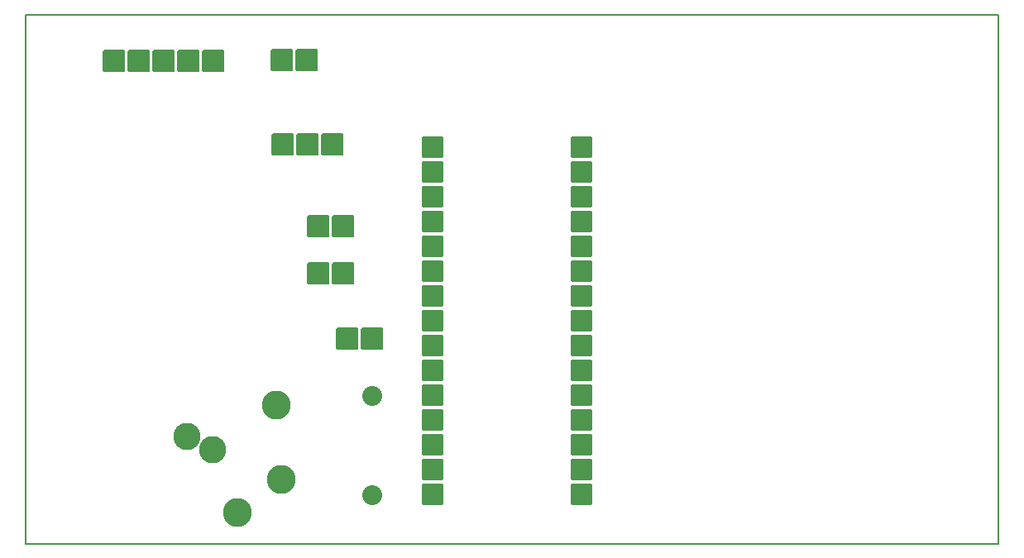
<source format=gbr>
G04 PROTEUS GERBER X2 FILE*
%TF.GenerationSoftware,Labcenter,Proteus,8.9-SP0-Build27865*%
%TF.CreationDate,2021-05-25T10:58:27+00:00*%
%TF.FileFunction,Soldermask,Top*%
%TF.FilePolarity,Negative*%
%TF.Part,Single*%
%TF.SameCoordinates,{7e8d9f27-8a4e-4830-a77b-d38f9a277b4e}*%
%FSLAX45Y45*%
%MOMM*%
G01*
%AMPPAD011*
4,1,36,
-0.952500,1.079500,
0.952500,1.079500,
0.978470,1.076970,
1.002480,1.069700,
1.024080,1.058150,
1.042790,1.042790,
1.058150,1.024070,
1.069700,1.002480,
1.076970,0.978470,
1.079500,0.952500,
1.079500,-0.952500,
1.076970,-0.978470,
1.069700,-1.002480,
1.058150,-1.024070,
1.042790,-1.042790,
1.024080,-1.058150,
1.002480,-1.069700,
0.978470,-1.076970,
0.952500,-1.079500,
-0.952500,-1.079500,
-0.978470,-1.076970,
-1.002480,-1.069700,
-1.024080,-1.058150,
-1.042790,-1.042790,
-1.058150,-1.024070,
-1.069700,-1.002480,
-1.076970,-0.978470,
-1.079500,-0.952500,
-1.079500,0.952500,
-1.076970,0.978470,
-1.069700,1.002480,
-1.058150,1.024070,
-1.042790,1.042790,
-1.024080,1.058150,
-1.002480,1.069700,
-0.978470,1.076970,
-0.952500,1.079500,
0*%
%TA.AperFunction,Material*%
%ADD71PPAD011*%
%TA.AperFunction,Material*%
%ADD20C,2.960000*%
%ADD21C,2.794000*%
%AMPPAD014*
4,1,36,
-1.016000,1.143000,
1.016000,1.143000,
1.041970,1.140470,
1.065980,1.133200,
1.087580,1.121650,
1.106290,1.106290,
1.121650,1.087570,
1.133200,1.065980,
1.140470,1.041970,
1.143000,1.016000,
1.143000,-1.016000,
1.140470,-1.041970,
1.133200,-1.065980,
1.121650,-1.087570,
1.106290,-1.106290,
1.087580,-1.121650,
1.065980,-1.133200,
1.041970,-1.140470,
1.016000,-1.143000,
-1.016000,-1.143000,
-1.041970,-1.140470,
-1.065980,-1.133200,
-1.087580,-1.121650,
-1.106290,-1.106290,
-1.121650,-1.087570,
-1.133200,-1.065980,
-1.140470,-1.041970,
-1.143000,-1.016000,
-1.143000,1.016000,
-1.140470,1.041970,
-1.133200,1.065980,
-1.121650,1.087570,
-1.106290,1.106290,
-1.087580,1.121650,
-1.065980,1.133200,
-1.041970,1.140470,
-1.016000,1.143000,
0*%
%TA.AperFunction,Material*%
%ADD22PPAD014*%
%ADD23C,2.032000*%
%TA.AperFunction,Profile*%
%ADD16C,0.203200*%
%TD.AperFunction*%
D71*
X+4200000Y-1750000D03*
X+4200000Y-2004000D03*
X+4200000Y-2258000D03*
X+4200000Y-2512000D03*
X+4200000Y-2766000D03*
X+4200000Y-3020000D03*
X+4200000Y-3274000D03*
X+4200000Y-3528000D03*
X+4200000Y-3782000D03*
X+4200000Y-4036000D03*
X+4200000Y-4290000D03*
X+4200000Y-4544000D03*
X+4200000Y-4798000D03*
X+4200000Y-5052000D03*
X+4200000Y-5306000D03*
X+5724000Y-1750000D03*
X+5724000Y-2004000D03*
X+5724000Y-2258000D03*
X+5724000Y-2512000D03*
X+5724000Y-2766000D03*
X+5724000Y-3020000D03*
X+5724000Y-3274000D03*
X+5724000Y-3528000D03*
X+5724000Y-3782000D03*
X+5724000Y-4036000D03*
X+5724000Y-4290000D03*
X+5724000Y-4544000D03*
X+5724000Y-4798000D03*
X+5724000Y-5052000D03*
X+5724000Y-5306000D03*
D20*
X+2200000Y-5490000D03*
D21*
X+1680000Y-4710000D03*
X+1950000Y-4850000D03*
D20*
X+2600000Y-4390000D03*
X+2650000Y-5150000D03*
D22*
X+2660000Y-860000D03*
X+2914000Y-860000D03*
D23*
X+3580000Y-5310000D03*
X+3580000Y-4294000D03*
D22*
X+3580000Y-3710000D03*
X+3326000Y-3710000D03*
X+3174000Y-1720000D03*
X+2920000Y-1720000D03*
X+2666000Y-1720000D03*
X+1958000Y-870000D03*
X+1704000Y-870000D03*
X+1450000Y-870000D03*
X+1196000Y-870000D03*
X+942000Y-870000D03*
X+3280000Y-2560000D03*
X+3026000Y-2560000D03*
X+3026000Y-3040000D03*
X+3280000Y-3040000D03*
D16*
X+30000Y-5810000D02*
X+9990000Y-5810000D01*
X+9990000Y-390000D01*
X+30000Y-390000D01*
X+30000Y-5810000D01*
M02*

</source>
